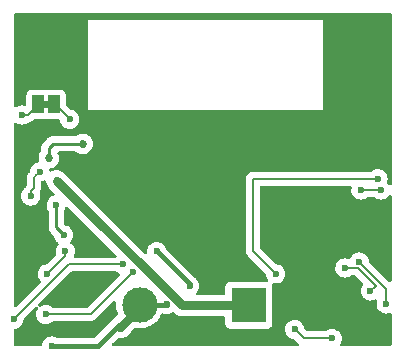
<source format=gbl>
G04 #@! TF.GenerationSoftware,KiCad,Pcbnew,(6.0.1-0)*
G04 #@! TF.CreationDate,2022-01-30T17:20:38-05:00*
G04 #@! TF.ProjectId,impact_v1.1,696d7061-6374-45f7-9631-2e312e6b6963,rev?*
G04 #@! TF.SameCoordinates,Original*
G04 #@! TF.FileFunction,Copper,L2,Bot*
G04 #@! TF.FilePolarity,Positive*
%FSLAX46Y46*%
G04 Gerber Fmt 4.6, Leading zero omitted, Abs format (unit mm)*
G04 Created by KiCad (PCBNEW (6.0.1-0)) date 2022-01-30 17:20:38*
%MOMM*%
%LPD*%
G01*
G04 APERTURE LIST*
G04 #@! TA.AperFunction,SMDPad,CuDef*
%ADD10C,3.000000*%
G04 #@! TD*
G04 #@! TA.AperFunction,SMDPad,CuDef*
%ADD11R,3.000000X3.000000*%
G04 #@! TD*
G04 #@! TA.AperFunction,SMDPad,CuDef*
%ADD12R,1.000000X1.500000*%
G04 #@! TD*
G04 #@! TA.AperFunction,ViaPad*
%ADD13C,0.600000*%
G04 #@! TD*
G04 #@! TA.AperFunction,ViaPad*
%ADD14C,0.685800*%
G04 #@! TD*
G04 #@! TA.AperFunction,Conductor*
%ADD15C,0.200000*%
G04 #@! TD*
G04 #@! TA.AperFunction,Conductor*
%ADD16C,0.254000*%
G04 #@! TD*
G04 #@! TA.AperFunction,Conductor*
%ADD17C,0.150000*%
G04 #@! TD*
G04 #@! TA.AperFunction,Conductor*
%ADD18C,0.400000*%
G04 #@! TD*
G04 #@! TA.AperFunction,Conductor*
%ADD19C,0.762000*%
G04 #@! TD*
G04 APERTURE END LIST*
G36*
X139350000Y-84750000D02*
G01*
X138850000Y-84750000D01*
X138850000Y-84150000D01*
X139350000Y-84150000D01*
X139350000Y-84750000D01*
G37*
D10*
X147015200Y-101396800D03*
D11*
X156260800Y-101473000D03*
D12*
X139750000Y-84450000D03*
X138450000Y-84450000D03*
D13*
X163322000Y-104267000D03*
X160147000Y-103505000D03*
X140589000Y-95504000D03*
X139954000Y-92964000D03*
X138557000Y-90170000D03*
X137795000Y-92202000D03*
X140716000Y-96901000D03*
X139192000Y-98806000D03*
X139573000Y-104902000D03*
X167894000Y-101346000D03*
X165608000Y-97790000D03*
X145476373Y-103439373D03*
X148463000Y-96901000D03*
X149328011Y-101369989D03*
X151257000Y-99822000D03*
X139065000Y-102235000D03*
X146431000Y-98679000D03*
X167200000Y-90750000D03*
X158550000Y-98800000D03*
X166550000Y-100250000D03*
X164400000Y-98300000D03*
X136350000Y-102650000D03*
X145600000Y-98000000D03*
X167450000Y-91700000D03*
X165750000Y-91700000D03*
X141086711Y-85700000D03*
X137050000Y-85350000D03*
D14*
X139319000Y-89027000D03*
X142200000Y-87800000D03*
X140000000Y-90900000D03*
D15*
X160909000Y-104267000D02*
X163322000Y-104267000D01*
X160147000Y-103505000D02*
X160909000Y-104267000D01*
D16*
X139954000Y-94869000D02*
X140589000Y-95504000D01*
X139954000Y-92964000D02*
X139954000Y-94869000D01*
X142200000Y-87800000D02*
X140419000Y-87800000D01*
X140419000Y-87800000D02*
X139657000Y-87800000D01*
D17*
X138049000Y-90678000D02*
X138176000Y-90551000D01*
X138176000Y-90551000D02*
X138557000Y-90170000D01*
X138049000Y-91567000D02*
X138049000Y-90678000D01*
X137795000Y-91821000D02*
X138049000Y-91567000D01*
X137795000Y-92202000D02*
X137795000Y-91821000D01*
D16*
X139657000Y-87800000D02*
X139319000Y-88138000D01*
X139319000Y-88138000D02*
X139319000Y-89027000D01*
D17*
X140716000Y-97155000D02*
X140716000Y-96901000D01*
X140716000Y-97282000D02*
X140716000Y-97155000D01*
X139192000Y-98806000D02*
X140716000Y-97282000D01*
D18*
X143510000Y-104902000D02*
X139573000Y-104902000D01*
X147015200Y-101396800D02*
X143510000Y-104902000D01*
D15*
X167894000Y-100076000D02*
X167894000Y-101346000D01*
X165608000Y-97790000D02*
X167894000Y-100076000D01*
D18*
X147015200Y-101900546D02*
X145476373Y-103439373D01*
X147015200Y-101396800D02*
X147015200Y-101900546D01*
X151257000Y-99695000D02*
X148463000Y-96901000D01*
X149301200Y-101396800D02*
X149328011Y-101369989D01*
X147015200Y-101396800D02*
X149301200Y-101396800D01*
X151257000Y-99822000D02*
X151257000Y-99695000D01*
D17*
X142875000Y-102235000D02*
X139065000Y-102235000D01*
X146431000Y-98679000D02*
X142875000Y-102235000D01*
X156600000Y-96850000D02*
X158550000Y-98800000D01*
X156600000Y-90750000D02*
X156600000Y-96850000D01*
X167200000Y-90750000D02*
X156600000Y-90750000D01*
X167000000Y-99800000D02*
X166550000Y-100250000D01*
X164400000Y-98300000D02*
X165500000Y-98300000D01*
X165500000Y-98300000D02*
X167000000Y-99800000D01*
X145600000Y-98000000D02*
X141000000Y-98000000D01*
X141000000Y-98000000D02*
X136350000Y-102650000D01*
X165750000Y-91700000D02*
X167450000Y-91700000D01*
D15*
X139836711Y-84450000D02*
X141086711Y-85700000D01*
X139750000Y-84450000D02*
X139836711Y-84450000D01*
X137550000Y-85350000D02*
X138450000Y-84450000D01*
X137050000Y-85350000D02*
X137550000Y-85350000D01*
D19*
X150573000Y-101473000D02*
X140000000Y-90900000D01*
X156260800Y-101473000D02*
X150573000Y-101473000D01*
G04 #@! TA.AperFunction,NonConductor*
G36*
X140911311Y-93082721D02*
G01*
X140952024Y-93109967D01*
X145043462Y-97201405D01*
X145077488Y-97263717D01*
X145072423Y-97334532D01*
X145029876Y-97391368D01*
X144963356Y-97416179D01*
X144954367Y-97416500D01*
X141567743Y-97416500D01*
X141499622Y-97396498D01*
X141453129Y-97342842D01*
X141443025Y-97272568D01*
X141449955Y-97245756D01*
X141501555Y-97109920D01*
X141501556Y-97109918D01*
X141504055Y-97103338D01*
X141510325Y-97058727D01*
X141528748Y-96927639D01*
X141528748Y-96927636D01*
X141529299Y-96923717D01*
X141529616Y-96901000D01*
X141509397Y-96720745D01*
X141507080Y-96714091D01*
X141452064Y-96556106D01*
X141452062Y-96556103D01*
X141449745Y-96549448D01*
X141353626Y-96395624D01*
X141339941Y-96381843D01*
X141230778Y-96271915D01*
X141230774Y-96271912D01*
X141225815Y-96266918D01*
X141202654Y-96252219D01*
X141155856Y-96198833D01*
X141145350Y-96128618D01*
X141174473Y-96063869D01*
X141183276Y-96054590D01*
X141207159Y-96031846D01*
X141207162Y-96031843D01*
X141212266Y-96026982D01*
X141312643Y-95875902D01*
X141377055Y-95706338D01*
X141392043Y-95599692D01*
X141401748Y-95530639D01*
X141401748Y-95530636D01*
X141402299Y-95526717D01*
X141402616Y-95504000D01*
X141382397Y-95323745D01*
X141378495Y-95312540D01*
X141325064Y-95159106D01*
X141325062Y-95159103D01*
X141322745Y-95152448D01*
X141270949Y-95069556D01*
X141230359Y-95004598D01*
X141226626Y-94998624D01*
X141189544Y-94961282D01*
X141103778Y-94874915D01*
X141103774Y-94874912D01*
X141098815Y-94869918D01*
X140945666Y-94772727D01*
X140774790Y-94711881D01*
X140728219Y-94706328D01*
X140662945Y-94678401D01*
X140654042Y-94670309D01*
X140626405Y-94642672D01*
X140592379Y-94580360D01*
X140589500Y-94553577D01*
X140589500Y-93506609D01*
X140610552Y-93436882D01*
X140673742Y-93341773D01*
X140677643Y-93335902D01*
X140742055Y-93166338D01*
X140742160Y-93165590D01*
X140777201Y-93106722D01*
X140840732Y-93075033D01*
X140911311Y-93082721D01*
G37*
G04 #@! TD.AperFunction*
G04 #@! TA.AperFunction,NonConductor*
G36*
X168290921Y-76728002D02*
G01*
X168337414Y-76781658D01*
X168348800Y-76834000D01*
X168348800Y-91173177D01*
X168328798Y-91241298D01*
X168275142Y-91287791D01*
X168204868Y-91297895D01*
X168140288Y-91268401D01*
X168115946Y-91239946D01*
X168091359Y-91200598D01*
X168087626Y-91194624D01*
X168006251Y-91112679D01*
X167972444Y-91050250D01*
X167977869Y-90979153D01*
X167988055Y-90952338D01*
X168013299Y-90772717D01*
X168013616Y-90750000D01*
X167993397Y-90569745D01*
X167975394Y-90518047D01*
X167936064Y-90405106D01*
X167936062Y-90405103D01*
X167933745Y-90398448D01*
X167837626Y-90244624D01*
X167786080Y-90192717D01*
X167714778Y-90120915D01*
X167714774Y-90120912D01*
X167709815Y-90115918D01*
X167698697Y-90108862D01*
X167599561Y-90045949D01*
X167556666Y-90018727D01*
X167475275Y-89989745D01*
X167392425Y-89960243D01*
X167392420Y-89960242D01*
X167385790Y-89957881D01*
X167378802Y-89957048D01*
X167378799Y-89957047D01*
X167255698Y-89942368D01*
X167205680Y-89936404D01*
X167198677Y-89937140D01*
X167198676Y-89937140D01*
X167032288Y-89954628D01*
X167032286Y-89954629D01*
X167025288Y-89955364D01*
X166853579Y-90013818D01*
X166801351Y-90045949D01*
X166708480Y-90103084D01*
X166699088Y-90108862D01*
X166694058Y-90113787D01*
X166694055Y-90113790D01*
X166676966Y-90130525D01*
X166614300Y-90163895D01*
X166588809Y-90166500D01*
X156646503Y-90166500D01*
X156630056Y-90165422D01*
X156608188Y-90162543D01*
X156600000Y-90161465D01*
X156561756Y-90166500D01*
X156447676Y-90181519D01*
X156305733Y-90240314D01*
X156183843Y-90333843D01*
X156090314Y-90455732D01*
X156087154Y-90463362D01*
X156045845Y-90563091D01*
X156031519Y-90597676D01*
X156011465Y-90750000D01*
X156012543Y-90758188D01*
X156015422Y-90780056D01*
X156016500Y-90796503D01*
X156016500Y-96803497D01*
X156015422Y-96819944D01*
X156011465Y-96850000D01*
X156016500Y-96888244D01*
X156031519Y-97002324D01*
X156090314Y-97144267D01*
X156183843Y-97266157D01*
X156201398Y-97279627D01*
X156207902Y-97284618D01*
X156220293Y-97295486D01*
X157707063Y-98782257D01*
X157741089Y-98844569D01*
X157743367Y-98859056D01*
X157754163Y-98969160D01*
X157811418Y-99141273D01*
X157815065Y-99147295D01*
X157815066Y-99147297D01*
X157891333Y-99273229D01*
X157909512Y-99341859D01*
X157887702Y-99409422D01*
X157832826Y-99454468D01*
X157783557Y-99464500D01*
X154712666Y-99464500D01*
X154650484Y-99471255D01*
X154514095Y-99522385D01*
X154397539Y-99609739D01*
X154310185Y-99726295D01*
X154259055Y-99862684D01*
X154252300Y-99924866D01*
X154252300Y-100457500D01*
X154232298Y-100525621D01*
X154178642Y-100572114D01*
X154126300Y-100583500D01*
X151944820Y-100583500D01*
X151876699Y-100563498D01*
X151830206Y-100509842D01*
X151820102Y-100439568D01*
X151849596Y-100374988D01*
X151857928Y-100366254D01*
X151880266Y-100344982D01*
X151980643Y-100193902D01*
X152045055Y-100024338D01*
X152064183Y-99888238D01*
X152069748Y-99848639D01*
X152069748Y-99848636D01*
X152070299Y-99844717D01*
X152070616Y-99822000D01*
X152050397Y-99641745D01*
X152041752Y-99616919D01*
X151993064Y-99477106D01*
X151993062Y-99477103D01*
X151990745Y-99470448D01*
X151894626Y-99316624D01*
X151874567Y-99296424D01*
X151829895Y-99251440D01*
X151766815Y-99187918D01*
X151737706Y-99169445D01*
X151716125Y-99152154D01*
X149261673Y-96697703D01*
X149231777Y-96650046D01*
X149199067Y-96556117D01*
X149196745Y-96549448D01*
X149100626Y-96395624D01*
X149086941Y-96381843D01*
X148977778Y-96271915D01*
X148977774Y-96271912D01*
X148972815Y-96266918D01*
X148961697Y-96259862D01*
X148879261Y-96207547D01*
X148819666Y-96169727D01*
X148774123Y-96153510D01*
X148655425Y-96111243D01*
X148655420Y-96111242D01*
X148648790Y-96108881D01*
X148641802Y-96108048D01*
X148641799Y-96108047D01*
X148518698Y-96093368D01*
X148468680Y-96087404D01*
X148461677Y-96088140D01*
X148461676Y-96088140D01*
X148295288Y-96105628D01*
X148295286Y-96105629D01*
X148288288Y-96106364D01*
X148116579Y-96164818D01*
X148110575Y-96168512D01*
X147968095Y-96256166D01*
X147968092Y-96256168D01*
X147962088Y-96259862D01*
X147957053Y-96264793D01*
X147957050Y-96264795D01*
X147871098Y-96348966D01*
X147832493Y-96386771D01*
X147734235Y-96539238D01*
X147731826Y-96545858D01*
X147731824Y-96545861D01*
X147695663Y-96645212D01*
X147672197Y-96709685D01*
X147649463Y-96889640D01*
X147658812Y-96984986D01*
X147645553Y-97054732D01*
X147596690Y-97106239D01*
X147527738Y-97123152D01*
X147460587Y-97100102D01*
X147444318Y-97086375D01*
X140596006Y-90238063D01*
X140555079Y-90204921D01*
X140492258Y-90154049D01*
X140492254Y-90154047D01*
X140487125Y-90149893D01*
X140481248Y-90146898D01*
X140481244Y-90146896D01*
X140326407Y-90068003D01*
X140326403Y-90068001D01*
X140320524Y-90065006D01*
X140314148Y-90063297D01*
X140314144Y-90063296D01*
X140161915Y-90022506D01*
X140139915Y-90016611D01*
X140133315Y-90016265D01*
X140133314Y-90016265D01*
X139959782Y-90007171D01*
X139959778Y-90007171D01*
X139953190Y-90006826D01*
X139946675Y-90007858D01*
X139946673Y-90007858D01*
X139909044Y-90013818D01*
X139768512Y-90036076D01*
X139742792Y-90045949D01*
X139683477Y-90050760D01*
X139655712Y-90078262D01*
X139641008Y-90085020D01*
X139600114Y-90100718D01*
X139600112Y-90100719D01*
X139593951Y-90103084D01*
X139566494Y-90120915D01*
X139549882Y-90131703D01*
X139481858Y-90152029D01*
X139413642Y-90132351D01*
X139366895Y-90078917D01*
X139356043Y-90040076D01*
X139352287Y-90006592D01*
X139364571Y-89936666D01*
X139412710Y-89884482D01*
X139451304Y-89869300D01*
X139569655Y-89844143D01*
X139607343Y-89847018D01*
X139621171Y-89828174D01*
X139646389Y-89813211D01*
X139741015Y-89771081D01*
X139741017Y-89771080D01*
X139747045Y-89768396D01*
X139891836Y-89663199D01*
X140011591Y-89530197D01*
X140101077Y-89375203D01*
X140156382Y-89204991D01*
X140175090Y-89027000D01*
X140156382Y-88849009D01*
X140101077Y-88678797D01*
X140069728Y-88624499D01*
X140052991Y-88555504D01*
X140076212Y-88488412D01*
X140132019Y-88444525D01*
X140178848Y-88435500D01*
X141585262Y-88435500D01*
X141653383Y-88455502D01*
X141659323Y-88459564D01*
X141709944Y-88496342D01*
X141771955Y-88541396D01*
X141777983Y-88544080D01*
X141777985Y-88544081D01*
X141803642Y-88555504D01*
X141935454Y-88614190D01*
X142022984Y-88632795D01*
X142104057Y-88650028D01*
X142104061Y-88650028D01*
X142110514Y-88651400D01*
X142289486Y-88651400D01*
X142295939Y-88650028D01*
X142295943Y-88650028D01*
X142377016Y-88632795D01*
X142464546Y-88614190D01*
X142596358Y-88555504D01*
X142622015Y-88544081D01*
X142622017Y-88544080D01*
X142628045Y-88541396D01*
X142659008Y-88518900D01*
X142767492Y-88440082D01*
X142767494Y-88440080D01*
X142772836Y-88436199D01*
X142892591Y-88303197D01*
X142982077Y-88148203D01*
X143037382Y-87977991D01*
X143056090Y-87800000D01*
X143037382Y-87622009D01*
X142982077Y-87451797D01*
X142892591Y-87296803D01*
X142866887Y-87268255D01*
X142777258Y-87168712D01*
X142777257Y-87168711D01*
X142772836Y-87163801D01*
X142628045Y-87058604D01*
X142622017Y-87055920D01*
X142622015Y-87055919D01*
X142470577Y-86988495D01*
X142470576Y-86988495D01*
X142464546Y-86985810D01*
X142377016Y-86967205D01*
X142295943Y-86949972D01*
X142295939Y-86949972D01*
X142289486Y-86948600D01*
X142110514Y-86948600D01*
X142104061Y-86949972D01*
X142104057Y-86949972D01*
X142022984Y-86967205D01*
X141935454Y-86985810D01*
X141929424Y-86988495D01*
X141929423Y-86988495D01*
X141777985Y-87055919D01*
X141777983Y-87055920D01*
X141771955Y-87058604D01*
X141766614Y-87062484D01*
X141766613Y-87062485D01*
X141659323Y-87140436D01*
X141592455Y-87164295D01*
X141585262Y-87164500D01*
X139736020Y-87164500D01*
X139724786Y-87163970D01*
X139717281Y-87162292D01*
X139653539Y-87164295D01*
X139648988Y-87164438D01*
X139645031Y-87164500D01*
X139617017Y-87164500D01*
X139613092Y-87164996D01*
X139613091Y-87164996D01*
X139612996Y-87165008D01*
X139601151Y-87165941D01*
X139571330Y-87166878D01*
X139564718Y-87167086D01*
X139564717Y-87167086D01*
X139556795Y-87167335D01*
X139537252Y-87173013D01*
X139517888Y-87177023D01*
X139505560Y-87178580D01*
X139505558Y-87178580D01*
X139497701Y-87179573D01*
X139490337Y-87182489D01*
X139490332Y-87182490D01*
X139456444Y-87195907D01*
X139445215Y-87199752D01*
X139431241Y-87203812D01*
X139402607Y-87212131D01*
X139395781Y-87216168D01*
X139385091Y-87222490D01*
X139367341Y-87231187D01*
X139348412Y-87238681D01*
X139341996Y-87243342D01*
X139341995Y-87243343D01*
X139312519Y-87264759D01*
X139302595Y-87271278D01*
X139271224Y-87289830D01*
X139271219Y-87289834D01*
X139264401Y-87293866D01*
X139250014Y-87308253D01*
X139234980Y-87321094D01*
X139218513Y-87333058D01*
X139213460Y-87339166D01*
X139190228Y-87367249D01*
X139182238Y-87376029D01*
X138925517Y-87632750D01*
X138917191Y-87640326D01*
X138910697Y-87644447D01*
X138905274Y-87650222D01*
X138863915Y-87694265D01*
X138861160Y-87697107D01*
X138841361Y-87716906D01*
X138838937Y-87720031D01*
X138838929Y-87720040D01*
X138838863Y-87720126D01*
X138831155Y-87729151D01*
X138800783Y-87761494D01*
X138796965Y-87768438D01*
X138796964Y-87768440D01*
X138790978Y-87779329D01*
X138780127Y-87795847D01*
X138767650Y-87811933D01*
X138750024Y-87852666D01*
X138744807Y-87863314D01*
X138723431Y-87902197D01*
X138721460Y-87909872D01*
X138721458Y-87909878D01*
X138718369Y-87921911D01*
X138711966Y-87940613D01*
X138703883Y-87959292D01*
X138699927Y-87984270D01*
X138696940Y-88003127D01*
X138694535Y-88014740D01*
X138683500Y-88057718D01*
X138683500Y-88078065D01*
X138681949Y-88097776D01*
X138678765Y-88117879D01*
X138679511Y-88125771D01*
X138682941Y-88162056D01*
X138683500Y-88173914D01*
X138683500Y-88412031D01*
X138663498Y-88480152D01*
X138651142Y-88496335D01*
X138626409Y-88523803D01*
X138536923Y-88678797D01*
X138481618Y-88849009D01*
X138462910Y-89027000D01*
X138481618Y-89204991D01*
X138483965Y-89212215D01*
X138483982Y-89212791D01*
X138485031Y-89217728D01*
X138484128Y-89217920D01*
X138485993Y-89283180D01*
X138449331Y-89343978D01*
X138391190Y-89374210D01*
X138389288Y-89374628D01*
X138382288Y-89375364D01*
X138210579Y-89433818D01*
X138204575Y-89437512D01*
X138062095Y-89525166D01*
X138062092Y-89525168D01*
X138056088Y-89528862D01*
X138051053Y-89533793D01*
X138051050Y-89533795D01*
X137931525Y-89650843D01*
X137926493Y-89655771D01*
X137828235Y-89808238D01*
X137825826Y-89814858D01*
X137825824Y-89814861D01*
X137773859Y-89957633D01*
X137766197Y-89978685D01*
X137750028Y-90106679D01*
X137748913Y-90115502D01*
X137720531Y-90180579D01*
X137713002Y-90188805D01*
X137669293Y-90232514D01*
X137656903Y-90243381D01*
X137632843Y-90261843D01*
X137627818Y-90268392D01*
X137627813Y-90268397D01*
X137609360Y-90292446D01*
X137544344Y-90377177D01*
X137544342Y-90377180D01*
X137539314Y-90383733D01*
X137480519Y-90525676D01*
X137460465Y-90678000D01*
X137461543Y-90686188D01*
X137464422Y-90708056D01*
X137465500Y-90724503D01*
X137465500Y-91273117D01*
X137445498Y-91341238D01*
X137428595Y-91362212D01*
X137415293Y-91375514D01*
X137402903Y-91386381D01*
X137378843Y-91404843D01*
X137308892Y-91496006D01*
X137285314Y-91526733D01*
X137268635Y-91567000D01*
X137265396Y-91574820D01*
X137237148Y-91616622D01*
X137164493Y-91687771D01*
X137066235Y-91840238D01*
X137063826Y-91846858D01*
X137063824Y-91846861D01*
X137058259Y-91862151D01*
X137004197Y-92010685D01*
X136981463Y-92190640D01*
X136999163Y-92371160D01*
X137056418Y-92543273D01*
X137060065Y-92549295D01*
X137060066Y-92549297D01*
X137070978Y-92567314D01*
X137150380Y-92698424D01*
X137155269Y-92703487D01*
X137155270Y-92703488D01*
X137228844Y-92779675D01*
X137276382Y-92828902D01*
X137428159Y-92928222D01*
X137434763Y-92930678D01*
X137434765Y-92930679D01*
X137591558Y-92988990D01*
X137591560Y-92988990D01*
X137598168Y-92991448D01*
X137681995Y-93002633D01*
X137770980Y-93014507D01*
X137770984Y-93014507D01*
X137777961Y-93015438D01*
X137784972Y-93014800D01*
X137784976Y-93014800D01*
X137927459Y-93001832D01*
X137958600Y-92998998D01*
X137965302Y-92996820D01*
X137965304Y-92996820D01*
X138124409Y-92945124D01*
X138124412Y-92945123D01*
X138131108Y-92942947D01*
X138286912Y-92850069D01*
X138418266Y-92724982D01*
X138518643Y-92573902D01*
X138563547Y-92455693D01*
X138580555Y-92410920D01*
X138580556Y-92410918D01*
X138583055Y-92404338D01*
X138584035Y-92397366D01*
X138607748Y-92228639D01*
X138607748Y-92228636D01*
X138608299Y-92224717D01*
X138608616Y-92202000D01*
X138588397Y-92021745D01*
X138584546Y-92010685D01*
X138560249Y-91940915D01*
X138556735Y-91870006D01*
X138562831Y-91851261D01*
X138591205Y-91782758D01*
X138591206Y-91782756D01*
X138614320Y-91726955D01*
X138617481Y-91719324D01*
X138632500Y-91605244D01*
X138632500Y-91605242D01*
X138637535Y-91567000D01*
X138633578Y-91536944D01*
X138632500Y-91520497D01*
X138632500Y-91087044D01*
X138652502Y-91018923D01*
X138706158Y-90972430D01*
X138720810Y-90967646D01*
X138720600Y-90966998D01*
X138886409Y-90913124D01*
X138886412Y-90913123D01*
X138893108Y-90910947D01*
X138899159Y-90907340D01*
X138923874Y-90892607D01*
X138992629Y-90874907D01*
X139060039Y-90897189D01*
X139104700Y-90952378D01*
X139114218Y-90994241D01*
X139116611Y-91039915D01*
X139118322Y-91046300D01*
X139159667Y-91200598D01*
X139165006Y-91220524D01*
X139168001Y-91226403D01*
X139168003Y-91226407D01*
X139246896Y-91381244D01*
X139249893Y-91387125D01*
X139254047Y-91392254D01*
X139254049Y-91392258D01*
X139308501Y-91459500D01*
X139338063Y-91496006D01*
X139809329Y-91967272D01*
X139843355Y-92029584D01*
X139838290Y-92100399D01*
X139795743Y-92157235D01*
X139760842Y-92175644D01*
X139607579Y-92227818D01*
X139601575Y-92231512D01*
X139459095Y-92319166D01*
X139459092Y-92319168D01*
X139453088Y-92322862D01*
X139448053Y-92327793D01*
X139448050Y-92327795D01*
X139328525Y-92444843D01*
X139323493Y-92449771D01*
X139225235Y-92602238D01*
X139222826Y-92608858D01*
X139222824Y-92608861D01*
X139178791Y-92729841D01*
X139163197Y-92772685D01*
X139140463Y-92952640D01*
X139158163Y-93133160D01*
X139215418Y-93305273D01*
X139219065Y-93311295D01*
X139219066Y-93311297D01*
X139300276Y-93445391D01*
X139318500Y-93510662D01*
X139318500Y-94789980D01*
X139317970Y-94801214D01*
X139316292Y-94808719D01*
X139316541Y-94816638D01*
X139318438Y-94877012D01*
X139318500Y-94880969D01*
X139318500Y-94908983D01*
X139318996Y-94912908D01*
X139318996Y-94912909D01*
X139319008Y-94913004D01*
X139319941Y-94924849D01*
X139321335Y-94969205D01*
X139323547Y-94976817D01*
X139327013Y-94988748D01*
X139331023Y-95008112D01*
X139333573Y-95028299D01*
X139336489Y-95035663D01*
X139336490Y-95035668D01*
X139349907Y-95069556D01*
X139353752Y-95080785D01*
X139366131Y-95123393D01*
X139370169Y-95130220D01*
X139370170Y-95130223D01*
X139376488Y-95140906D01*
X139385188Y-95158664D01*
X139389761Y-95170215D01*
X139389765Y-95170221D01*
X139392681Y-95177588D01*
X139397339Y-95183999D01*
X139397340Y-95184001D01*
X139418764Y-95213488D01*
X139425281Y-95223410D01*
X139443826Y-95254768D01*
X139443829Y-95254772D01*
X139447866Y-95261598D01*
X139462250Y-95275982D01*
X139475091Y-95291016D01*
X139487058Y-95307487D01*
X139506711Y-95323745D01*
X139521250Y-95335773D01*
X139530030Y-95343763D01*
X139754058Y-95567791D01*
X139788084Y-95630103D01*
X139790361Y-95644587D01*
X139793163Y-95673160D01*
X139795387Y-95679845D01*
X139795387Y-95679846D01*
X139821626Y-95758721D01*
X139850418Y-95845273D01*
X139854065Y-95851295D01*
X139854066Y-95851297D01*
X139864978Y-95869314D01*
X139944380Y-96000424D01*
X139949269Y-96005487D01*
X139949270Y-96005488D01*
X140026121Y-96085068D01*
X140070382Y-96130902D01*
X140104934Y-96153512D01*
X140150981Y-96207547D01*
X140160506Y-96277902D01*
X140130481Y-96342237D01*
X140124098Y-96348966D01*
X140085493Y-96386771D01*
X139987235Y-96539238D01*
X139984826Y-96545858D01*
X139984824Y-96545861D01*
X139948663Y-96645212D01*
X139925197Y-96709685D01*
X139902463Y-96889640D01*
X139920163Y-97070160D01*
X139922387Y-97076845D01*
X139941151Y-97133252D01*
X139943674Y-97204204D01*
X139910688Y-97262119D01*
X139209925Y-97962882D01*
X139147613Y-97996908D01*
X139134004Y-97999097D01*
X139092392Y-98003470D01*
X139024288Y-98010628D01*
X139024286Y-98010629D01*
X139017288Y-98011364D01*
X138845579Y-98069818D01*
X138839575Y-98073512D01*
X138697095Y-98161166D01*
X138697092Y-98161168D01*
X138691088Y-98164862D01*
X138686053Y-98169793D01*
X138686050Y-98169795D01*
X138571832Y-98281646D01*
X138561493Y-98291771D01*
X138463235Y-98444238D01*
X138460826Y-98450858D01*
X138460824Y-98450861D01*
X138405267Y-98603502D01*
X138401197Y-98614685D01*
X138378463Y-98794640D01*
X138396163Y-98975160D01*
X138453418Y-99147273D01*
X138457065Y-99153295D01*
X138457066Y-99153297D01*
X138468334Y-99171902D01*
X138547380Y-99302424D01*
X138566862Y-99322598D01*
X138621033Y-99378694D01*
X138653965Y-99441591D01*
X138647665Y-99512307D01*
X138619491Y-99555316D01*
X136613095Y-101561712D01*
X136550783Y-101595738D01*
X136479968Y-101590673D01*
X136423132Y-101548126D01*
X136398321Y-101481606D01*
X136398000Y-101472617D01*
X136398000Y-86122651D01*
X136418002Y-86054530D01*
X136471658Y-86008037D01*
X136541932Y-85997933D01*
X136592993Y-86017219D01*
X136683159Y-86076222D01*
X136689763Y-86078678D01*
X136689765Y-86078679D01*
X136846558Y-86136990D01*
X136846560Y-86136990D01*
X136853168Y-86139448D01*
X136936995Y-86150633D01*
X137025980Y-86162507D01*
X137025984Y-86162507D01*
X137032961Y-86163438D01*
X137039972Y-86162800D01*
X137039976Y-86162800D01*
X137182459Y-86149832D01*
X137213600Y-86146998D01*
X137220302Y-86144820D01*
X137220304Y-86144820D01*
X137379409Y-86093124D01*
X137379412Y-86093123D01*
X137386108Y-86090947D01*
X137541912Y-85998069D01*
X137552696Y-85987800D01*
X137615819Y-85955306D01*
X137623133Y-85954123D01*
X137689457Y-85945391D01*
X137700664Y-85943916D01*
X137700666Y-85943915D01*
X137708851Y-85942838D01*
X137856876Y-85881524D01*
X137934182Y-85822205D01*
X137952072Y-85808477D01*
X137952075Y-85808474D01*
X137977434Y-85789015D01*
X137983987Y-85783987D01*
X137989017Y-85777432D01*
X138003452Y-85758621D01*
X138014319Y-85746230D01*
X138015144Y-85745405D01*
X138077456Y-85711379D01*
X138104239Y-85708500D01*
X138998134Y-85708500D01*
X139060316Y-85701745D01*
X139067715Y-85698971D01*
X139070854Y-85698225D01*
X139129146Y-85698225D01*
X139132285Y-85698971D01*
X139139684Y-85701745D01*
X139201866Y-85708500D01*
X140160871Y-85708500D01*
X140228992Y-85728502D01*
X140275485Y-85782158D01*
X140286270Y-85822204D01*
X140290874Y-85869160D01*
X140293098Y-85875845D01*
X140293098Y-85875846D01*
X140314332Y-85939678D01*
X140348129Y-86041273D01*
X140351776Y-86047295D01*
X140351777Y-86047297D01*
X140421728Y-86162800D01*
X140442091Y-86196424D01*
X140568093Y-86326902D01*
X140719870Y-86426222D01*
X140726474Y-86428678D01*
X140726476Y-86428679D01*
X140883269Y-86486990D01*
X140883271Y-86486990D01*
X140889879Y-86489448D01*
X140973706Y-86500633D01*
X141062691Y-86512507D01*
X141062695Y-86512507D01*
X141069672Y-86513438D01*
X141076683Y-86512800D01*
X141076687Y-86512800D01*
X141219170Y-86499832D01*
X141250311Y-86496998D01*
X141257013Y-86494820D01*
X141257015Y-86494820D01*
X141416120Y-86443124D01*
X141416123Y-86443123D01*
X141422819Y-86440947D01*
X141578623Y-86348069D01*
X141709977Y-86222982D01*
X141810354Y-86071902D01*
X141874766Y-85902338D01*
X141887958Y-85808474D01*
X141899459Y-85726639D01*
X141899459Y-85726636D01*
X141900010Y-85722717D01*
X141900168Y-85711379D01*
X141900272Y-85703962D01*
X141900272Y-85703957D01*
X141900327Y-85700000D01*
X141880108Y-85519745D01*
X141820456Y-85348448D01*
X141724337Y-85194624D01*
X141719375Y-85189627D01*
X141601489Y-85070915D01*
X141601485Y-85070912D01*
X141596526Y-85065918D01*
X141443377Y-84968727D01*
X141427294Y-84963000D01*
X142621000Y-84963000D01*
X162560000Y-84963000D01*
X162560000Y-77343000D01*
X142621000Y-77343000D01*
X142621000Y-84963000D01*
X141427294Y-84963000D01*
X141410823Y-84957135D01*
X141279136Y-84910243D01*
X141279131Y-84910242D01*
X141272501Y-84907881D01*
X141265515Y-84907048D01*
X141265511Y-84907047D01*
X141182575Y-84897158D01*
X141117302Y-84869231D01*
X141108398Y-84861139D01*
X140795404Y-84548144D01*
X140761379Y-84485832D01*
X140758500Y-84459049D01*
X140758500Y-83651866D01*
X140751745Y-83589684D01*
X140700615Y-83453295D01*
X140613261Y-83336739D01*
X140496705Y-83249385D01*
X140360316Y-83198255D01*
X140298134Y-83191500D01*
X139201866Y-83191500D01*
X139139684Y-83198255D01*
X139132285Y-83201029D01*
X139129146Y-83201775D01*
X139070854Y-83201775D01*
X139067715Y-83201029D01*
X139060316Y-83198255D01*
X138998134Y-83191500D01*
X137901866Y-83191500D01*
X137839684Y-83198255D01*
X137703295Y-83249385D01*
X137586739Y-83336739D01*
X137499385Y-83453295D01*
X137448255Y-83589684D01*
X137441500Y-83651866D01*
X137441500Y-84452515D01*
X137421498Y-84520636D01*
X137367842Y-84567129D01*
X137297568Y-84577233D01*
X137273235Y-84571214D01*
X137259916Y-84566472D01*
X137242424Y-84560243D01*
X137242422Y-84560243D01*
X137235790Y-84557881D01*
X137228802Y-84557048D01*
X137228799Y-84557047D01*
X137105698Y-84542368D01*
X137055680Y-84536404D01*
X137048677Y-84537140D01*
X137048676Y-84537140D01*
X136882288Y-84554628D01*
X136882286Y-84554629D01*
X136875288Y-84555364D01*
X136703579Y-84613818D01*
X136617652Y-84666681D01*
X136590022Y-84683679D01*
X136521521Y-84702338D01*
X136453807Y-84680999D01*
X136408379Y-84626440D01*
X136398000Y-84576362D01*
X136398000Y-76834000D01*
X136418002Y-76765879D01*
X136471658Y-76719386D01*
X136524000Y-76708000D01*
X168222800Y-76708000D01*
X168290921Y-76728002D01*
G37*
G04 #@! TD.AperFunction*
G04 #@! TA.AperFunction,NonConductor*
G36*
X145054106Y-98603502D02*
G01*
X145071026Y-98617382D01*
X145071059Y-98617343D01*
X145076488Y-98621834D01*
X145081382Y-98626902D01*
X145233159Y-98726222D01*
X145286413Y-98746027D01*
X145343289Y-98788520D01*
X145368162Y-98855016D01*
X145353137Y-98924405D01*
X145331587Y-98953219D01*
X142670212Y-101614595D01*
X142607900Y-101648621D01*
X142581117Y-101651500D01*
X139677494Y-101651500D01*
X139609373Y-101631498D01*
X139588088Y-101614284D01*
X139579777Y-101605915D01*
X139574815Y-101600918D01*
X139563697Y-101593862D01*
X139491628Y-101548126D01*
X139421666Y-101503727D01*
X139334299Y-101472617D01*
X139257425Y-101445243D01*
X139257420Y-101445242D01*
X139250790Y-101442881D01*
X139243802Y-101442048D01*
X139243799Y-101442047D01*
X139120698Y-101427368D01*
X139070680Y-101421404D01*
X139063677Y-101422140D01*
X139063676Y-101422140D01*
X138897288Y-101439628D01*
X138897286Y-101439629D01*
X138890288Y-101440364D01*
X138718579Y-101498818D01*
X138704457Y-101507506D01*
X138612873Y-101563849D01*
X138544372Y-101582508D01*
X138476658Y-101561169D01*
X138431230Y-101506610D01*
X138422510Y-101436150D01*
X138457756Y-101367437D01*
X141204788Y-98620405D01*
X141267100Y-98586379D01*
X141293883Y-98583500D01*
X144985985Y-98583500D01*
X145054106Y-98603502D01*
G37*
G04 #@! TD.AperFunction*
G04 #@! TA.AperFunction,NonConductor*
G36*
X164911134Y-91353502D02*
G01*
X164957627Y-91407158D01*
X164967731Y-91477432D01*
X164963183Y-91495548D01*
X164961606Y-91502065D01*
X164959197Y-91508685D01*
X164936463Y-91688640D01*
X164954163Y-91869160D01*
X165011418Y-92041273D01*
X165015065Y-92047295D01*
X165015066Y-92047297D01*
X165077510Y-92150404D01*
X165105380Y-92196424D01*
X165110269Y-92201487D01*
X165110270Y-92201488D01*
X165114591Y-92205962D01*
X165231382Y-92326902D01*
X165299015Y-92371160D01*
X165349717Y-92404338D01*
X165383159Y-92426222D01*
X165389763Y-92428678D01*
X165389765Y-92428679D01*
X165546558Y-92486990D01*
X165546560Y-92486990D01*
X165553168Y-92489448D01*
X165636995Y-92500633D01*
X165725980Y-92512507D01*
X165725984Y-92512507D01*
X165732961Y-92513438D01*
X165739972Y-92512800D01*
X165739976Y-92512800D01*
X165882459Y-92499832D01*
X165913600Y-92496998D01*
X165920302Y-92494820D01*
X165920304Y-92494820D01*
X166079409Y-92443124D01*
X166079412Y-92443123D01*
X166086108Y-92440947D01*
X166203177Y-92371160D01*
X166235860Y-92351677D01*
X166235862Y-92351676D01*
X166241912Y-92348069D01*
X166263662Y-92327356D01*
X166273221Y-92318254D01*
X166336346Y-92285762D01*
X166360113Y-92283500D01*
X166835985Y-92283500D01*
X166904106Y-92303502D01*
X166921026Y-92317382D01*
X166921059Y-92317343D01*
X166926488Y-92321834D01*
X166931382Y-92326902D01*
X166999015Y-92371160D01*
X167049717Y-92404338D01*
X167083159Y-92426222D01*
X167089763Y-92428678D01*
X167089765Y-92428679D01*
X167246558Y-92486990D01*
X167246560Y-92486990D01*
X167253168Y-92489448D01*
X167336995Y-92500633D01*
X167425980Y-92512507D01*
X167425984Y-92512507D01*
X167432961Y-92513438D01*
X167439972Y-92512800D01*
X167439976Y-92512800D01*
X167582459Y-92499832D01*
X167613600Y-92496998D01*
X167620302Y-92494820D01*
X167620304Y-92494820D01*
X167779409Y-92443124D01*
X167779412Y-92443123D01*
X167786108Y-92440947D01*
X167903177Y-92371160D01*
X167935860Y-92351677D01*
X167935862Y-92351676D01*
X167941912Y-92348069D01*
X168073266Y-92222982D01*
X168117853Y-92155873D01*
X168172209Y-92110204D01*
X168242629Y-92101171D01*
X168306753Y-92131644D01*
X168344223Y-92191948D01*
X168348800Y-92225601D01*
X168348800Y-99366061D01*
X168328798Y-99434182D01*
X168275142Y-99480675D01*
X168204868Y-99490779D01*
X168140288Y-99461285D01*
X168133705Y-99455156D01*
X166446888Y-97768339D01*
X166412862Y-97706027D01*
X166410768Y-97693289D01*
X166402182Y-97616744D01*
X166401397Y-97609745D01*
X166399080Y-97603091D01*
X166344064Y-97445106D01*
X166344062Y-97445103D01*
X166341745Y-97438448D01*
X166331662Y-97422312D01*
X166249359Y-97290598D01*
X166245626Y-97284624D01*
X166233654Y-97272568D01*
X166122778Y-97160915D01*
X166122774Y-97160912D01*
X166117815Y-97155918D01*
X166106697Y-97148862D01*
X166058538Y-97118300D01*
X165964666Y-97058727D01*
X165935463Y-97048328D01*
X165800425Y-97000243D01*
X165800420Y-97000242D01*
X165793790Y-96997881D01*
X165786802Y-96997048D01*
X165786799Y-96997047D01*
X165663698Y-96982368D01*
X165613680Y-96976404D01*
X165606677Y-96977140D01*
X165606676Y-96977140D01*
X165440288Y-96994628D01*
X165440286Y-96994629D01*
X165433288Y-96995364D01*
X165261579Y-97053818D01*
X165208659Y-97086375D01*
X165113095Y-97145166D01*
X165113092Y-97145168D01*
X165107088Y-97148862D01*
X165102053Y-97153793D01*
X165102050Y-97153795D01*
X165011700Y-97242273D01*
X164977493Y-97275771D01*
X164879235Y-97428238D01*
X164862699Y-97473669D01*
X164820607Y-97530839D01*
X164754286Y-97556178D01*
X164702033Y-97549273D01*
X164642016Y-97527902D01*
X164592424Y-97510243D01*
X164592422Y-97510243D01*
X164585790Y-97507881D01*
X164578802Y-97507048D01*
X164578799Y-97507047D01*
X164455698Y-97492368D01*
X164405680Y-97486404D01*
X164398677Y-97487140D01*
X164398676Y-97487140D01*
X164232288Y-97504628D01*
X164232286Y-97504629D01*
X164225288Y-97505364D01*
X164053579Y-97563818D01*
X164047575Y-97567512D01*
X163905095Y-97655166D01*
X163905092Y-97655168D01*
X163899088Y-97658862D01*
X163894053Y-97663793D01*
X163894050Y-97663795D01*
X163819156Y-97737137D01*
X163769493Y-97785771D01*
X163671235Y-97938238D01*
X163668826Y-97944858D01*
X163668824Y-97944861D01*
X163622365Y-98072506D01*
X163609197Y-98108685D01*
X163586463Y-98288640D01*
X163604163Y-98469160D01*
X163661418Y-98641273D01*
X163665065Y-98647295D01*
X163665066Y-98647297D01*
X163724859Y-98746027D01*
X163755380Y-98796424D01*
X163760269Y-98801487D01*
X163760270Y-98801488D01*
X163776947Y-98818757D01*
X163881382Y-98926902D01*
X164033159Y-99026222D01*
X164039763Y-99028678D01*
X164039765Y-99028679D01*
X164196558Y-99086990D01*
X164196560Y-99086990D01*
X164203168Y-99089448D01*
X164286995Y-99100633D01*
X164375980Y-99112507D01*
X164375984Y-99112507D01*
X164382961Y-99113438D01*
X164389972Y-99112800D01*
X164389976Y-99112800D01*
X164532459Y-99099832D01*
X164563600Y-99096998D01*
X164570302Y-99094820D01*
X164570304Y-99094820D01*
X164729409Y-99043124D01*
X164729412Y-99043123D01*
X164736108Y-99040947D01*
X164891912Y-98948069D01*
X164913662Y-98927356D01*
X164923221Y-98918254D01*
X164986346Y-98885762D01*
X165010113Y-98883500D01*
X165206117Y-98883500D01*
X165274238Y-98903502D01*
X165295212Y-98920405D01*
X165926002Y-99551195D01*
X165960028Y-99613507D01*
X165954963Y-99684322D01*
X165928519Y-99725002D01*
X165928981Y-99725379D01*
X165925498Y-99729649D01*
X165925069Y-99730310D01*
X165924526Y-99730842D01*
X165919493Y-99735771D01*
X165821235Y-99888238D01*
X165818826Y-99894858D01*
X165818824Y-99894861D01*
X165783774Y-99991160D01*
X165759197Y-100058685D01*
X165736463Y-100238640D01*
X165754163Y-100419160D01*
X165811418Y-100591273D01*
X165905380Y-100746424D01*
X165910269Y-100751487D01*
X165910270Y-100751488D01*
X165987121Y-100831068D01*
X166031382Y-100876902D01*
X166037278Y-100880760D01*
X166167653Y-100966075D01*
X166183159Y-100976222D01*
X166189763Y-100978678D01*
X166189765Y-100978679D01*
X166346558Y-101036990D01*
X166346560Y-101036990D01*
X166353168Y-101039448D01*
X166436995Y-101050633D01*
X166525980Y-101062507D01*
X166525984Y-101062507D01*
X166532961Y-101063438D01*
X166539972Y-101062800D01*
X166539976Y-101062800D01*
X166682459Y-101049832D01*
X166713600Y-101046998D01*
X166720302Y-101044820D01*
X166720304Y-101044820D01*
X166879409Y-100993124D01*
X166879412Y-100993123D01*
X166886108Y-100990947D01*
X166892159Y-100987340D01*
X166935518Y-100961493D01*
X167004273Y-100943793D01*
X167071682Y-100966075D01*
X167116344Y-101021264D01*
X167124079Y-101091838D01*
X167118437Y-101112815D01*
X167103197Y-101154685D01*
X167080463Y-101334640D01*
X167098163Y-101515160D01*
X167155418Y-101687273D01*
X167159065Y-101693295D01*
X167159066Y-101693297D01*
X167213664Y-101783449D01*
X167249380Y-101842424D01*
X167375382Y-101972902D01*
X167381278Y-101976760D01*
X167507926Y-102059636D01*
X167527159Y-102072222D01*
X167533763Y-102074678D01*
X167533765Y-102074679D01*
X167690558Y-102132990D01*
X167690560Y-102132990D01*
X167697168Y-102135448D01*
X167780995Y-102146633D01*
X167869980Y-102158507D01*
X167869984Y-102158507D01*
X167876961Y-102159438D01*
X167883972Y-102158800D01*
X167883976Y-102158800D01*
X168026459Y-102145832D01*
X168057600Y-102142998D01*
X168064300Y-102140821D01*
X168064305Y-102140820D01*
X168183864Y-102101973D01*
X168254832Y-102099946D01*
X168315630Y-102136608D01*
X168346955Y-102200321D01*
X168348800Y-102221806D01*
X168348800Y-104776000D01*
X168328798Y-104844121D01*
X168275142Y-104890614D01*
X168222800Y-104902000D01*
X164105830Y-104902000D01*
X164037709Y-104881998D01*
X163991216Y-104828342D01*
X163981112Y-104758068D01*
X164000882Y-104706273D01*
X164041742Y-104644773D01*
X164045643Y-104638902D01*
X164110055Y-104469338D01*
X164120686Y-104393693D01*
X164134748Y-104293639D01*
X164134748Y-104293636D01*
X164135299Y-104289717D01*
X164135616Y-104267000D01*
X164115397Y-104086745D01*
X164072080Y-103962355D01*
X164058064Y-103922106D01*
X164058062Y-103922103D01*
X164055745Y-103915448D01*
X163990651Y-103811275D01*
X163963359Y-103767598D01*
X163959626Y-103761624D01*
X163954664Y-103756627D01*
X163836778Y-103637915D01*
X163836774Y-103637912D01*
X163831815Y-103632918D01*
X163820697Y-103625862D01*
X163772538Y-103595300D01*
X163678666Y-103535727D01*
X163649463Y-103525328D01*
X163514425Y-103477243D01*
X163514420Y-103477242D01*
X163507790Y-103474881D01*
X163500802Y-103474048D01*
X163500799Y-103474047D01*
X163377698Y-103459368D01*
X163327680Y-103453404D01*
X163320677Y-103454140D01*
X163320676Y-103454140D01*
X163154288Y-103471628D01*
X163154286Y-103471629D01*
X163147288Y-103472364D01*
X162975579Y-103530818D01*
X162821088Y-103625862D01*
X162816054Y-103630791D01*
X162814776Y-103631790D01*
X162748782Y-103657967D01*
X162737204Y-103658500D01*
X161213239Y-103658500D01*
X161145118Y-103638498D01*
X161124144Y-103621595D01*
X160985888Y-103483339D01*
X160951862Y-103421027D01*
X160949768Y-103408289D01*
X160941182Y-103331744D01*
X160940397Y-103324745D01*
X160938080Y-103318091D01*
X160883064Y-103160106D01*
X160883062Y-103160103D01*
X160880745Y-103153448D01*
X160870662Y-103137312D01*
X160788359Y-103005598D01*
X160784626Y-102999624D01*
X160681271Y-102895545D01*
X160661778Y-102875915D01*
X160661774Y-102875912D01*
X160656815Y-102870918D01*
X160648688Y-102865760D01*
X160580452Y-102822457D01*
X160503666Y-102773727D01*
X160474463Y-102763328D01*
X160339425Y-102715243D01*
X160339420Y-102715242D01*
X160332790Y-102712881D01*
X160325802Y-102712048D01*
X160325799Y-102712047D01*
X160193160Y-102696231D01*
X160152680Y-102691404D01*
X160145677Y-102692140D01*
X160145676Y-102692140D01*
X159979288Y-102709628D01*
X159979286Y-102709629D01*
X159972288Y-102710364D01*
X159800579Y-102768818D01*
X159794575Y-102772512D01*
X159652095Y-102860166D01*
X159652092Y-102860168D01*
X159646088Y-102863862D01*
X159641053Y-102868793D01*
X159641050Y-102868795D01*
X159521525Y-102985843D01*
X159516493Y-102990771D01*
X159418235Y-103143238D01*
X159415826Y-103149858D01*
X159415824Y-103149861D01*
X159358606Y-103307066D01*
X159356197Y-103313685D01*
X159333463Y-103493640D01*
X159351163Y-103674160D01*
X159408418Y-103846273D01*
X159412065Y-103852295D01*
X159412066Y-103852297D01*
X159475164Y-103956484D01*
X159502380Y-104001424D01*
X159628382Y-104131902D01*
X159634278Y-104135760D01*
X159773067Y-104226581D01*
X159780159Y-104231222D01*
X159786763Y-104233678D01*
X159786765Y-104233679D01*
X159943558Y-104291990D01*
X159943560Y-104291990D01*
X159950168Y-104294448D01*
X159957153Y-104295380D01*
X159957157Y-104295381D01*
X160019547Y-104303706D01*
X160052986Y-104308167D01*
X160117862Y-104337003D01*
X160125416Y-104343965D01*
X160444685Y-104663234D01*
X160455553Y-104675626D01*
X160473716Y-104699297D01*
X160499316Y-104765518D01*
X160485051Y-104835066D01*
X160435449Y-104885862D01*
X160373753Y-104902000D01*
X144816160Y-104902000D01*
X144748039Y-104881998D01*
X144701546Y-104828342D01*
X144691442Y-104758068D01*
X144720936Y-104693488D01*
X144727065Y-104686905D01*
X145154226Y-104259744D01*
X145216538Y-104225718D01*
X145273506Y-104226577D01*
X145279541Y-104228821D01*
X145356160Y-104239044D01*
X145452353Y-104251880D01*
X145452357Y-104251880D01*
X145459334Y-104252811D01*
X145466345Y-104252173D01*
X145466349Y-104252173D01*
X145608832Y-104239205D01*
X145639973Y-104236371D01*
X145646675Y-104234193D01*
X145646677Y-104234193D01*
X145805782Y-104182497D01*
X145805785Y-104182496D01*
X145812481Y-104180320D01*
X145930643Y-104109881D01*
X145962233Y-104091050D01*
X145962235Y-104091049D01*
X145968285Y-104087442D01*
X146099639Y-103962355D01*
X146200016Y-103811275D01*
X146247745Y-103685629D01*
X146276438Y-103641278D01*
X146513736Y-103403980D01*
X146576048Y-103369954D01*
X146621887Y-103368525D01*
X146846740Y-103402932D01*
X146986112Y-103405122D01*
X147116271Y-103407167D01*
X147116277Y-103407167D01*
X147120562Y-103407234D01*
X147392435Y-103374334D01*
X147657327Y-103304841D01*
X147661287Y-103303201D01*
X147661292Y-103303199D01*
X147783831Y-103252441D01*
X147910336Y-103200041D01*
X148146782Y-103061873D01*
X148362289Y-102892894D01*
X148383586Y-102870918D01*
X148486259Y-102764967D01*
X148552869Y-102696231D01*
X148555402Y-102692783D01*
X148555406Y-102692778D01*
X148712457Y-102478978D01*
X148714995Y-102475523D01*
X148757548Y-102397151D01*
X148843618Y-102238630D01*
X148843619Y-102238628D01*
X148845668Y-102234854D01*
X148861528Y-102192882D01*
X148904318Y-102136229D01*
X148970944Y-102111704D01*
X149023314Y-102119323D01*
X149124569Y-102156980D01*
X149124579Y-102156983D01*
X149131179Y-102159437D01*
X149138160Y-102160368D01*
X149138162Y-102160369D01*
X149303991Y-102182496D01*
X149303995Y-102182496D01*
X149310972Y-102183427D01*
X149317983Y-102182789D01*
X149317987Y-102182789D01*
X149460470Y-102169821D01*
X149491611Y-102166987D01*
X149498313Y-102164809D01*
X149498315Y-102164809D01*
X149657420Y-102113113D01*
X149657423Y-102113112D01*
X149664119Y-102110936D01*
X149736724Y-102067655D01*
X149757862Y-102055054D01*
X149826617Y-102037354D01*
X149894026Y-102059636D01*
X149907956Y-102071887D01*
X149908331Y-102071470D01*
X149958063Y-102116249D01*
X149962847Y-102120790D01*
X149976994Y-102134937D01*
X149979559Y-102137014D01*
X149992554Y-102147537D01*
X149997575Y-102151825D01*
X150042381Y-102192170D01*
X150042385Y-102192173D01*
X150047285Y-102196585D01*
X150052995Y-102199881D01*
X150052998Y-102199884D01*
X150059045Y-102203375D01*
X150075330Y-102214568D01*
X150085875Y-102223107D01*
X150145480Y-102253477D01*
X150151276Y-102256624D01*
X150209215Y-102290075D01*
X150222125Y-102294270D01*
X150240384Y-102301833D01*
X150252476Y-102307994D01*
X150309641Y-102323312D01*
X150317094Y-102325309D01*
X150323419Y-102327182D01*
X150387044Y-102347855D01*
X150393611Y-102348545D01*
X150393615Y-102348546D01*
X150399288Y-102349142D01*
X150400530Y-102349272D01*
X150419972Y-102352875D01*
X150433085Y-102356389D01*
X150439682Y-102356735D01*
X150439684Y-102356735D01*
X150499887Y-102359890D01*
X150506461Y-102360407D01*
X150523105Y-102362156D01*
X150523109Y-102362156D01*
X150526380Y-102362500D01*
X150546407Y-102362500D01*
X150553001Y-102362673D01*
X150613218Y-102365829D01*
X150613222Y-102365829D01*
X150619810Y-102366174D01*
X150626325Y-102365142D01*
X150626327Y-102365142D01*
X150633214Y-102364051D01*
X150652925Y-102362500D01*
X154126300Y-102362500D01*
X154194421Y-102382502D01*
X154240914Y-102436158D01*
X154252300Y-102488500D01*
X154252300Y-103021134D01*
X154259055Y-103083316D01*
X154310185Y-103219705D01*
X154397539Y-103336261D01*
X154514095Y-103423615D01*
X154650484Y-103474745D01*
X154712666Y-103481500D01*
X157808934Y-103481500D01*
X157871116Y-103474745D01*
X158007505Y-103423615D01*
X158124061Y-103336261D01*
X158211415Y-103219705D01*
X158262545Y-103083316D01*
X158269300Y-103021134D01*
X158269300Y-99924866D01*
X158262545Y-99862684D01*
X158259773Y-99855288D01*
X158259771Y-99855282D01*
X158223778Y-99759271D01*
X158218595Y-99688464D01*
X158252516Y-99626095D01*
X158314772Y-99591966D01*
X158358422Y-99590149D01*
X158439015Y-99600903D01*
X158525980Y-99612507D01*
X158525984Y-99612507D01*
X158532961Y-99613438D01*
X158539972Y-99612800D01*
X158539976Y-99612800D01*
X158682459Y-99599832D01*
X158713600Y-99596998D01*
X158720302Y-99594820D01*
X158720304Y-99594820D01*
X158879409Y-99543124D01*
X158879412Y-99543123D01*
X158886108Y-99540947D01*
X159021888Y-99460006D01*
X159035860Y-99451677D01*
X159035862Y-99451676D01*
X159041912Y-99448069D01*
X159173266Y-99322982D01*
X159273643Y-99171902D01*
X159338055Y-99002338D01*
X159340935Y-98981844D01*
X159362748Y-98826639D01*
X159362748Y-98826636D01*
X159363299Y-98822717D01*
X159363616Y-98800000D01*
X159343397Y-98619745D01*
X159330775Y-98583500D01*
X159286064Y-98455106D01*
X159286062Y-98455103D01*
X159283745Y-98448448D01*
X159187626Y-98294624D01*
X159179899Y-98286843D01*
X159064778Y-98170915D01*
X159064774Y-98170912D01*
X159059815Y-98165918D01*
X158906666Y-98068727D01*
X158877463Y-98058328D01*
X158742425Y-98010243D01*
X158742420Y-98010242D01*
X158735790Y-98007881D01*
X158728802Y-98007048D01*
X158728799Y-98007047D01*
X158605722Y-97992371D01*
X158540449Y-97964443D01*
X158531546Y-97956352D01*
X157220405Y-96645212D01*
X157186380Y-96582900D01*
X157183500Y-96556117D01*
X157183500Y-91459500D01*
X157203502Y-91391379D01*
X157257158Y-91344886D01*
X157309500Y-91333500D01*
X164843013Y-91333500D01*
X164911134Y-91353502D01*
G37*
G04 #@! TD.AperFunction*
G04 #@! TA.AperFunction,NonConductor*
G36*
X144931553Y-101107806D02*
G01*
X144988389Y-101150353D01*
X145013200Y-101216873D01*
X145013133Y-101235748D01*
X145002117Y-101375718D01*
X145017882Y-101649120D01*
X145018707Y-101653325D01*
X145018708Y-101653333D01*
X145031939Y-101720771D01*
X145070605Y-101917853D01*
X145071992Y-101921903D01*
X145071993Y-101921908D01*
X145090773Y-101976760D01*
X145149955Y-102149613D01*
X145152675Y-102157558D01*
X145155817Y-102228485D01*
X145122563Y-102287467D01*
X143253435Y-104156595D01*
X143191123Y-104190621D01*
X143164340Y-104193500D01*
X140002158Y-104193500D01*
X139942624Y-104176205D01*
X139941948Y-104177590D01*
X139935609Y-104174498D01*
X139929666Y-104170727D01*
X139915880Y-104165818D01*
X139765425Y-104112243D01*
X139765420Y-104112242D01*
X139758790Y-104109881D01*
X139751802Y-104109048D01*
X139751799Y-104109047D01*
X139623462Y-104093744D01*
X139578680Y-104088404D01*
X139571677Y-104089140D01*
X139571676Y-104089140D01*
X139405288Y-104106628D01*
X139405286Y-104106629D01*
X139398288Y-104107364D01*
X139226579Y-104165818D01*
X139199468Y-104182497D01*
X139078095Y-104257166D01*
X139078092Y-104257168D01*
X139072088Y-104260862D01*
X139067053Y-104265793D01*
X139067050Y-104265795D01*
X139018021Y-104313808D01*
X138942493Y-104387771D01*
X138844235Y-104540238D01*
X138841826Y-104546858D01*
X138841824Y-104546861D01*
X138790852Y-104686905D01*
X138782197Y-104710685D01*
X138772180Y-104789982D01*
X138771951Y-104791792D01*
X138743570Y-104856868D01*
X138684510Y-104896270D01*
X138646945Y-104902000D01*
X136524000Y-104902000D01*
X136455879Y-104881998D01*
X136409386Y-104828342D01*
X136398000Y-104776000D01*
X136398000Y-103572572D01*
X136418002Y-103504451D01*
X136471658Y-103457958D01*
X136499969Y-103450437D01*
X136499685Y-103449052D01*
X136506579Y-103447637D01*
X136513600Y-103446998D01*
X136520302Y-103444820D01*
X136520304Y-103444820D01*
X136679409Y-103393124D01*
X136679412Y-103393123D01*
X136686108Y-103390947D01*
X136815716Y-103313685D01*
X136835860Y-103301677D01*
X136835862Y-103301676D01*
X136841912Y-103298069D01*
X136973266Y-103172982D01*
X137073643Y-103021902D01*
X137132431Y-102867143D01*
X137135555Y-102858920D01*
X137135556Y-102858918D01*
X137138055Y-102852338D01*
X137142103Y-102823535D01*
X137159202Y-102701871D01*
X137188490Y-102637197D01*
X137194881Y-102630312D01*
X138199094Y-101626099D01*
X138261406Y-101592073D01*
X138332221Y-101597138D01*
X138389057Y-101639685D01*
X138413868Y-101706205D01*
X138398777Y-101775579D01*
X138394101Y-101783447D01*
X138336235Y-101873238D01*
X138333826Y-101879858D01*
X138333824Y-101879861D01*
X138276606Y-102037066D01*
X138274197Y-102043685D01*
X138251463Y-102223640D01*
X138269163Y-102404160D01*
X138326418Y-102576273D01*
X138330065Y-102582295D01*
X138330066Y-102582297D01*
X138410581Y-102715243D01*
X138420380Y-102731424D01*
X138425269Y-102736487D01*
X138425270Y-102736488D01*
X138489965Y-102803481D01*
X138546382Y-102861902D01*
X138698159Y-102961222D01*
X138704763Y-102963678D01*
X138704765Y-102963679D01*
X138861558Y-103021990D01*
X138861560Y-103021990D01*
X138868168Y-103024448D01*
X138951995Y-103035633D01*
X139040980Y-103047507D01*
X139040984Y-103047507D01*
X139047961Y-103048438D01*
X139054972Y-103047800D01*
X139054976Y-103047800D01*
X139197459Y-103034832D01*
X139228600Y-103031998D01*
X139235302Y-103029820D01*
X139235304Y-103029820D01*
X139394409Y-102978124D01*
X139394412Y-102978123D01*
X139401108Y-102975947D01*
X139497513Y-102918478D01*
X139550860Y-102886677D01*
X139550862Y-102886676D01*
X139556912Y-102883069D01*
X139578662Y-102862356D01*
X139588221Y-102853254D01*
X139651346Y-102820762D01*
X139675113Y-102818500D01*
X142828497Y-102818500D01*
X142844944Y-102819578D01*
X142875000Y-102823535D01*
X142883188Y-102822457D01*
X142913244Y-102818500D01*
X143027324Y-102803481D01*
X143169267Y-102744686D01*
X143291157Y-102651157D01*
X143309619Y-102627097D01*
X143320486Y-102614707D01*
X144798426Y-101136767D01*
X144860738Y-101102741D01*
X144931553Y-101107806D01*
G37*
G04 #@! TD.AperFunction*
M02*

</source>
